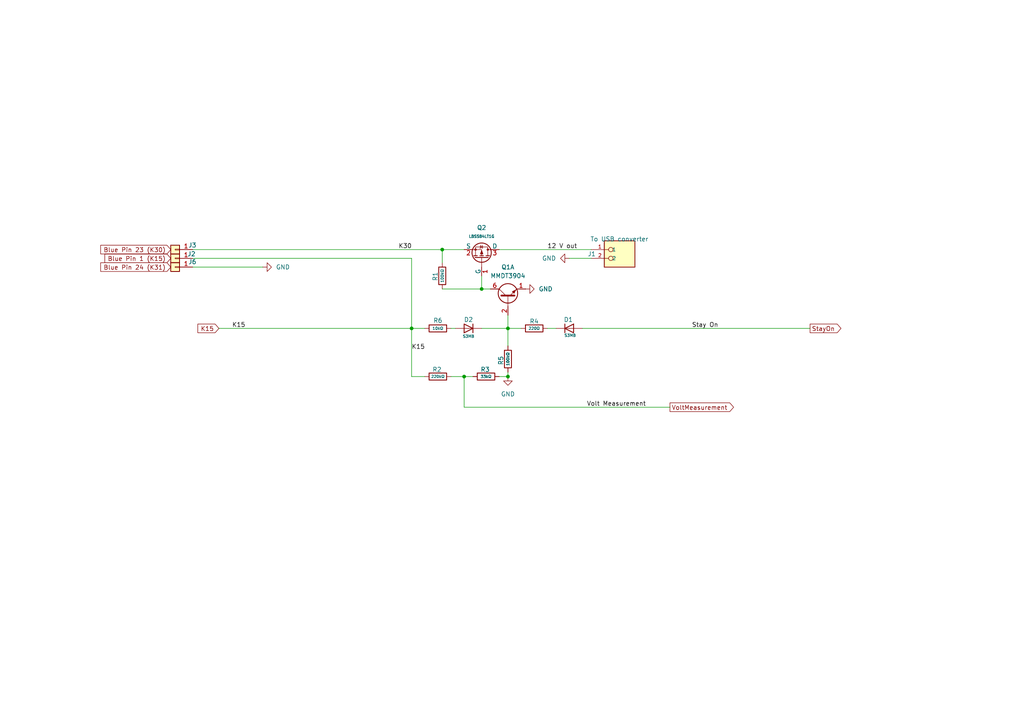
<source format=kicad_sch>
(kicad_sch (version 20231120) (generator "eeschema") (generator_version "8.0")
  (paper "A4")
  (title_block (title "Latch Circuit") (comment 1 "Subsheet Brake Out Borad"))
  (lib_symbols
    (symbol "Connector_Generic:Conn_01x01" (pin_names (offset 1.016) hide)
      (property "Reference" "J" (at 0 2.54 0))
      (property "Value" "Conn_01x01" (at 0 -2.54 0))
      (symbol "Conn_01x01_1_1"
        (rectangle (start -1.27 0.127) (end 0 -0.127) (stroke (width 0.1524)))
        (rectangle (start -1.27 1.27) (end 1.27 -1.27) (stroke (width 0.254)) (fill (type background)))
        (pin passive line (at -5.08 0 0) (length 3.81) (name "Pin_1") (number "1"))
      )
    )
    (symbol "Custom:ScrewConnector_2x2,54" (pin_names (offset 1.016))
      (property "Reference" "J" (at -2.54 3.302 0))
      (property "Value" "ScrewConnector_2x2,54" (at -3.302 -10.668 0))
      (symbol "ScrewConnector_2x2,54_0_0"
        (rectangle (start -3.81 -5.08) (end 5.08 2.54) (stroke (width 0.254)) (fill (type background)))
        (circle (center -1.905 -2.54) (radius 0.635) (stroke (width 0.1524)))
        (circle (center -1.905 0) (radius 0.635) (stroke (width 0.1524)))
        (pin passive line (at -7.62 0 0) (length 5.08) (name "1") (number "1"))
        (pin passive line (at -7.62 -2.54 0) (length 5.08) (name "2") (number "2"))
      )
    )
    (symbol "PCM_JLCPCB-Diodes:General,S3MB" (pin_numbers hide) (pin_names (offset 0))
      (property "Reference" "D" (at 2.032 0.834 0))
      (property "Value" "S3MB" (at 2.032 -1.2122 0))
      (symbol "General,S3MB_0_1"
        (polyline (pts (xy -1.27 -1.27) (xy 1.27 -1.27)) (stroke (width 0.254)))
        (polyline (pts (xy -1.27 1.27) (xy 0 -1.27) (xy 1.27 1.27) (xy -1.27 1.27)) (stroke (width 0.254)))
      )
      (symbol "General,S3MB_1_1"
        (pin passive line (at 0 -3.81 90) (length 3.81) (name "~") (number "1"))
        (pin passive line (at 0 3.81 270) (length 3.81) (name "~") (number "2"))
      )
    )
    (symbol "PCM_JLCPCB-Resistors:0603,100kΩ" (pin_numbers hide) (pin_names (offset 0))
      (property "Reference" "R" (at 1.778 0 0))
      (property "Value" "100kΩ" (at 0 0 90))
      (symbol "0603,100kΩ_0_1"
        (rectangle (start -1.016 2.54) (end 1.016 -2.54) (stroke (width 0.254)))
      )
      (symbol "0603,100kΩ_1_1"
        (pin passive line (at 0 3.81 270) (length 1.27) (name "~") (number "1"))
        (pin passive line (at 0 -3.81 90) (length 1.27) (name "~") (number "2"))
      )
    )
    (symbol "PCM_JLCPCB-Resistors:0603,10kΩ" (pin_numbers hide) (pin_names (offset 0))
      (property "Reference" "R" (at 1.778 0 0))
      (property "Value" "10kΩ" (at 0 0 90))
      (symbol "0603,10kΩ_0_1"
        (rectangle (start -1.016 2.54) (end 1.016 -2.54) (stroke (width 0.254)))
      )
      (symbol "0603,10kΩ_1_1"
        (pin passive line (at 0 3.81 270) (length 1.27) (name "~") (number "1"))
        (pin passive line (at 0 -3.81 90) (length 1.27) (name "~") (number "2"))
      )
    )
    (symbol "PCM_JLCPCB-Resistors:0603,220kΩ" (pin_numbers hide) (pin_names (offset 0))
      (property "Reference" "R" (at 1.778 0 0))
      (property "Value" "220kΩ" (at 0 0 90))
      (symbol "0603,220kΩ_0_1"
        (rectangle (start -1.016 2.54) (end 1.016 -2.54) (stroke (width 0.254)))
      )
      (symbol "0603,220kΩ_1_1"
        (pin passive line (at 0 3.81 270) (length 1.27) (name "~") (number "1"))
        (pin passive line (at 0 -3.81 90) (length 1.27) (name "~") (number "2"))
      )
    )
    (symbol "PCM_JLCPCB-Resistors:0603,220Ω" (pin_numbers hide) (pin_names (offset 0))
      (property "Reference" "R" (at 1.778 0 0))
      (property "Value" "220Ω" (at 0 0 90))
      (symbol "0603,220Ω_0_1"
        (rectangle (start -1.016 2.54) (end 1.016 -2.54) (stroke (width 0.254)))
      )
      (symbol "0603,220Ω_1_1"
        (pin passive line (at 0 3.81 270) (length 1.27) (name "~") (number "1"))
        (pin passive line (at 0 -3.81 90) (length 1.27) (name "~") (number "2"))
      )
    )
    (symbol "PCM_JLCPCB-Resistors:0603,33kΩ" (pin_numbers hide) (pin_names (offset 0))
      (property "Reference" "R" (at 1.778 0 0))
      (property "Value" "33kΩ" (at 0 0 90))
      (symbol "0603,33kΩ_0_1"
        (rectangle (start -1.016 2.54) (end 1.016 -2.54) (stroke (width 0.254)))
      )
      (symbol "0603,33kΩ_1_1"
        (pin passive line (at 0 3.81 270) (length 1.27) (name "~") (number "1"))
        (pin passive line (at 0 -3.81 90) (length 1.27) (name "~") (number "2"))
      )
    )
    (symbol "PCM_JLCPCB-Transistors:PMOS,LBSS84LT1G" (pin_names (offset 0))
      (property "Reference" "Q" (at 4.8514 0.834 0))
      (property "Value" "LBSS84LT1G" (at 4.8514 -1.2122 0))
      (symbol "PMOS,LBSS84LT1G_0_1"
        (polyline (pts (xy 0.254 0) (xy -2.54 0)))
        (polyline (pts (xy 0.254 1.905) (xy 0.254 -1.905)) (stroke (width 0.254)))
        (polyline (pts (xy 0.762 -1.27) (xy 0.762 -2.286)) (stroke (width 0.254)))
        (polyline (pts (xy 0.762 0.508) (xy 0.762 -0.508)) (stroke (width 0.254)))
        (polyline (pts (xy 0.762 2.286) (xy 0.762 1.27)) (stroke (width 0.254)))
        (polyline (pts (xy 2.54 2.54) (xy 2.54 1.778)))
        (polyline (pts (xy 2.54 -2.54) (xy 2.54 0) (xy 0.762 0)))
        (polyline (pts (xy 0.762 1.778) (xy 3.302 1.778) (xy 3.302 -1.778) (xy 0.762 -1.778)))
        (polyline (pts (xy 2.286 0) (xy 1.27 0.381) (xy 1.27 -0.381) (xy 2.286 0)) (fill (type outline)))
        (polyline (pts (xy 2.794 -0.508) (xy 2.921 -0.381) (xy 3.683 -0.381) (xy 3.81 -0.254)))
        (polyline (pts (xy 3.302 -0.381) (xy 2.921 0.254) (xy 3.683 0.254) (xy 3.302 -0.381)))
        (circle (center 1.651 0) (radius 2.794) (stroke (width 0.254)))
        (circle (center 2.54 -1.778) (radius 0.254) (fill (type outline)))
        (circle (center 2.54 1.778) (radius 0.254) (fill (type outline)))
      )
      (symbol "PMOS,LBSS84LT1G_1_1"
        (pin input line (at -5.08 0 0) (length 2.54) (name "G") (number "1"))
        (pin passive line (at 2.54 -5.08 90) (length 2.54) (name "S") (number "2"))
        (pin passive line (at 2.54 5.08 270) (length 2.54) (name "D") (number "3"))
      )
    )
    (symbol "Transistor_BJT:MMDT3904" (pin_names (offset 0) hide)
      (property "Reference" "Q" (at 5.08 1.27 0))
      (property "Value" "MMDT3904" (at 5.08 -1.27 0))
      (symbol "MMDT3904_0_1"
        (polyline (pts (xy 0.635 0) (xy -2.54 0)))
        (polyline (pts (xy 0.635 0.635) (xy 2.54 2.54)))
        (polyline (pts (xy 0.635 -0.635) (xy 2.54 -2.54) (xy 2.54 -2.54)))
        (polyline (pts (xy 0.635 1.905) (xy 0.635 -1.905) (xy 0.635 -1.905)) (stroke (width 0.508)))
        (polyline (pts (xy 1.27 -1.778) (xy 1.778 -1.27) (xy 2.286 -2.286) (xy 1.27 -1.778) (xy 1.27 -1.778)) (fill (type outline)))
        (circle (center 1.27 0) (radius 2.8194) (stroke (width 0.254)))
      )
      (symbol "MMDT3904_1_1"
        (pin passive line (at 2.54 -5.08 90) (length 2.54) (name "E1") (number "1"))
        (pin input line (at -5.08 0 0) (length 2.54) (name "B1") (number "2"))
        (pin passive line (at 2.54 5.08 270) (length 2.54) (name "C1") (number "6"))
      )
      (symbol "MMDT3904_2_1"
        (pin passive line (at 2.54 5.08 270) (length 2.54) (name "C2") (number "3"))
        (pin passive line (at 2.54 -5.08 90) (length 2.54) (name "E2") (number "4"))
        (pin input line (at -5.08 0 0) (length 2.54) (name "B2") (number "5"))
      )
    )
    (symbol "power:GND" (power) (pin_numbers hide) (pin_names (offset 0) hide)
      (property "Value" "GND" (at 0 -3.81 0))
      (symbol "GND_0_1"
        (polyline (pts (xy 0 0) (xy 0 -1.27) (xy 1.27 -1.27) (xy 0 -2.54) (xy -1.27 -1.27) (xy 0 -1.27)))
      )
      (symbol "GND_1_1"
        (pin power_in line (at 0 0 270) (length 0) (name "~") (number "1"))
      )
    )
  )
  (junction (at 134.62 109.22))
  (junction (at 147.32 95.25))
  (junction (at 139.7 83.82))
  (junction (at 119.38 95.25))
  (junction (at 147.32 109.22))
  (junction (at 128.27 72.39))
  (wire (pts (xy 130.81 109.22) (xy 134.62 109.22)))
  (wire (pts (xy 139.7 83.82) (xy 142.24 83.82)))
  (wire (pts (xy 147.32 95.25) (xy 147.32 100.33)))
  (wire (pts (xy 55.88 72.39) (xy 128.27 72.39)))
  (wire (pts (xy 130.81 95.25) (xy 132.08 95.25)))
  (wire (pts (xy 119.38 95.25) (xy 119.38 109.22)))
  (wire (pts (xy 119.38 74.93) (xy 119.38 95.25)))
  (wire (pts (xy 168.91 95.25) (xy 234.95 95.25)))
  (wire (pts (xy 119.38 95.25) (xy 63.5 95.25)))
  (wire (pts (xy 158.75 95.25) (xy 161.29 95.25)))
  (wire (pts (xy 144.78 109.22) (xy 147.32 109.22)))
  (wire (pts (xy 144.78 72.39) (xy 171.45 72.39)))
  (wire (pts (xy 134.62 109.22) (xy 134.62 118.11)))
  (wire (pts (xy 55.88 77.47) (xy 76.2 77.47)))
  (wire (pts (xy 119.38 95.25) (xy 123.19 95.25)))
  (wire (pts (xy 128.27 72.39) (xy 128.27 76.2)))
  (wire (pts (xy 134.62 109.22) (xy 137.16 109.22)))
  (wire (pts (xy 128.27 72.39) (xy 134.62 72.39)))
  (wire (pts (xy 147.32 107.95) (xy 147.32 109.22)))
  (wire (pts (xy 165.1 74.93) (xy 171.45 74.93)))
  (wire (pts (xy 55.88 74.93) (xy 119.38 74.93)))
  (wire (pts (xy 147.32 95.25) (xy 151.13 95.25)))
  (wire (pts (xy 139.7 80.01) (xy 139.7 83.82)))
  (wire (pts (xy 147.32 91.44) (xy 147.32 95.25)))
  (wire (pts (xy 128.27 83.82) (xy 139.7 83.82)))
  (wire (pts (xy 139.7 95.25) (xy 147.32 95.25)))
  (wire (pts (xy 134.62 118.11) (xy 194.31 118.11)))
  (wire (pts (xy 119.38 109.22) (xy 123.19 109.22)))
  (label "12 V out" (at 158.75 72.39 0))
  (label "Stay On" (at 200.66 95.25 0))
  (label "K15" (at 67.31 95.25 0))
  (label "K15" (at 119.38 101.6 0))
  (label "Volt Measurement" (at 170.18 118.11 0))
  (label "K30" (at 115.57 72.39 0))
  (global_label "K15" (shape input) (at 63.5 95.25 180) (property "Intersheetrefs" "${INTERSHEET_REFS}" (at 56.8258 95.25 0) (effects (justify right))))
  (global_label "Blue Pin 23 (K30)" (shape input) (at 49.53 72.39 180) (property "Intersheetrefs" "${INTERSHEET_REFS}" (at 28.644 72.39 0) (effects (justify right))))
  (global_label "Blue Pin 24 (K31)" (shape input) (at 49.53 77.47 180) (property "Intersheetrefs" "${INTERSHEET_REFS}" (at 28.644 77.47 0) (effects (justify right))))
  (global_label "Blue Pin 1 (K15)" (shape input) (at 49.53 74.93 180) (property "Intersheetrefs" "${INTERSHEET_REFS}" (at 29.8535 74.93 0) (effects (justify right))))
  (global_label "StayOn" (shape output) (at 234.95 95.25 0) (property "Intersheetrefs" "${INTERSHEET_REFS}" (at 244.4665 95.25 0) (effects (justify left))))
  (global_label "VoltMeasurement" (shape output) (at 194.31 118.11 0) (property "Intersheetrefs" "${INTERSHEET_REFS}" (at 213.3212 118.11 0) (effects (justify left))))
  (symbol (lib_id "PCM_JLCPCB-Diodes:General,S3MB") (at 135.89 95.25 90) (unit 1)
    (property "Reference" "D2" (at 135.89 92.71 90))
    (property "Value" "S3MB" (at 135.89 97.536 90) (effects (font (size 0.8 0.8))))
    (property "Footprint" "PCM_JLCPCB:D_SMB" (effects (hide yes)))
    (property "Datasheet" "https://wmsc.lcsc.com/wmsc/upload/file/pdf/v2/lcsc/2310131745_hongjiacheng-S3MB_C18199102.pdf" (effects (hide yes)))
    (property "Description" "Independent Type 3A 1V@3A 1kV SMB Diodes - General Purpose ROHS" (effects (hide yes)))
    (property "LCSC" "C18199102" (effects (hide yes)))
    (property "Stock" "9203" (effects (hide yes)))
    (property "Price" "0.023USD" (effects (hide yes)))
    (property "Process" "SMT" (effects (hide yes)))
    (property "Minimum Qty" "5" (effects (hide yes)))
    (property "Attrition Qty" "2" (effects (hide yes)))
    (property "Class" "Preferred Component" (effects (hide yes)))
    (property "Category" "Diodes,Diodes - General Purpose" (effects (hide yes)))
    (property "Manufacturer" "hongjiacheng" (effects (hide yes)))
    (property "Part" "S3MB" (effects (hide yes)))
    (property "Rectified Current" "3A" (effects (hide yes)))
    (property "Forward Voltage (Vf@If)" "1V@3A" (effects (hide yes)))
    (property "Reverse Voltage (Vr)" "1kV" (effects (hide yes)))
    (property "Diode Configuration" "Independent Type" (effects (hide yes)))
    (property "Reverse Leakage Current" "2uA@1000V" (effects (hide yes)))
  )
  (symbol (lib_id "PCM_JLCPCB-Resistors:0603,220kΩ") (at 127 109.22 90) (unit 1)
    (property "Reference" "R2" (at 126.746 107.188 90))
    (property "Value" "220kΩ" (at 127 109.22 90) (effects (font (size 0.8 0.8))))
    (property "Footprint" "PCM_JLCPCB:R_0603" (effects (hide yes)))
    (property "Datasheet" "https://www.lcsc.com/datasheet/lcsc_datasheet_2206010130_UNI-ROYAL-Uniroyal-Elec-0603WAF2203T5E_C22961.pdf" (effects (hide yes)))
    (property "Description" "100mW Thick Film Resistors 75V ±100ppm/°C ±1% 220kΩ 0603 Chip Resistor - Surface Mount ROHS" (effects (hide yes)))
    (property "LCSC" "C22961" (effects (hide yes)))
    (property "Stock" "651498" (effects (hide yes)))
    (property "Price" "0.004USD" (effects (hide yes)))
    (property "Process" "SMT" (effects (hide yes)))
    (property "Minimum Qty" "20" (effects (hide yes)))
    (property "Attrition Qty" "10" (effects (hide yes)))
    (property "Class" "Basic Component" (effects (hide yes)))
    (property "Category" "Resistors,Chip Resistor - Surface Mount" (effects (hide yes)))
    (property "Manufacturer" "UNI-ROYAL(Uniroyal Elec)" (effects (hide yes)))
    (property "Part" "0603WAF2203T5E" (effects (hide yes)))
    (property "Resistance" "220kΩ" (effects (hide yes)))
    (property "Power(Watts)" "100mW" (effects (hide yes)))
    (property "Type" "Thick Film Resistors" (effects (hide yes)))
    (property "Overload Voltage (Max)" "75V" (effects (hide yes)))
    (property "Operating Temperature Range" "-55°C~+155°C" (effects (hide yes)))
    (property "Tolerance" "±1%" (effects (hide yes)))
    (property "Temperature Coefficient" "±100ppm/°C" (effects (hide yes)))
  )
  (symbol (lib_id "Connector_Generic:Conn_01x01") (at 50.8 72.39 180) (unit 1)
    (property "Reference" "J3" (at 54.61 71.12 0) (effects (justify right)))
    (property "Value" "K30" (effects (hide yes)))
    (property "Footprint" "Connector_Wire:SolderWire-0.5sqmm_1x01_D0.9mm_OD2.1mm" (effects (hide yes)))
    (property "Description" "Generic connector, single row, 01x01, script generated (kicad-library-utils/schlib/autogen/connector/)" (effects (hide yes)))
  )
  (symbol (lib_id "Transistor_BJT:MMDT3904") (at 147.32 86.36 90) (unit 1)
    (property "Reference" "Q1" (at 147.32 77.47 90))
    (property "Value" "MMDT3904" (at 147.32 80.01 90))
    (property "Footprint" "Package_TO_SOT_SMD:SOT-363_SC-70-6" (effects (hide yes)))
    (property "Datasheet" "http://www.diodes.com/_files/datasheets/ds30088.pdf" (effects (hide yes)))
    (property "Description" "200mA IC, 40V Vce, Dual NPN/NPN Transistors, SOT-363" (effects (hide yes)))
  )
  (symbol (lib_id "power:GND") (at 147.32 109.22 0) (unit 1)
    (property "Reference" "#PWR0202" (effects (hide yes)))
    (property "Value" "GND" (at 147.32 114.3 0))
    (property "Description" "Power symbol creates a global label with name \"GND\" , ground" (effects (hide yes)))
  )
  (symbol (lib_id "PCM_JLCPCB-Transistors:PMOS,LBSS84LT1G") (at 139.7 74.93 270) (mirror x) (unit 1)
    (property "Reference" "Q2" (at 139.7 66.04 90))
    (property "Value" "LBSS84LT1G" (at 139.7 68.58 90) (effects (font (size 0.8 0.8))))
    (property "Footprint" "PCM_JLCPCB:Q_SOT-23" (effects (hide yes)))
    (property "Datasheet" "https://www.lcsc.com/datasheet/lcsc_datasheet_1811031711_LRC-LBSS84LT1G_C8492.pdf" (effects (hide yes)))
    (property "Description" "50V 130mA 225mW 10Ω@5V,100mA 2V@250uA 1 Piece P-Channel SOT-23 MOSFETs ROHS" (effects (hide yes)))
    (property "LCSC" "C8492" (effects (hide yes)))
    (property "Stock" "16457" (effects (hide yes)))
    (property "Price" "0.025USD" (effects (hide yes)))
    (property "Process" "SMT" (effects (hide yes)))
    (property "Minimum Qty" "10" (effects (hide yes)))
    (property "Attrition Qty" "5" (effects (hide yes)))
    (property "Class" "Preferred Component" (effects (hide yes)))
    (property "Category" "Transistors,MOSFETs" (effects (hide yes)))
    (property "Manufacturer" "LRC" (effects (hide yes)))
    (property "Part" "LBSS84LT1G" (effects (hide yes)))
    (property "Continuous Drain Current (Id)" "130mA" (effects (hide yes)))
    (property "Type" "1 Piece P-Channel" (effects (hide yes)))
    (property "Drain Source Voltage (Vdss)" "50V" (effects (hide yes)))
    (property "Power Dissipation (Pd)" "225mW" (effects (hide yes)))
    (property "Gate Threshold Voltage (Vgs(th)@Id)" "2V@250uA" (effects (hide yes)))
    (property "Drain Source On Resistance (RDS(on)@Vgs,Id)" "10Ω@5V,100mA" (effects (hide yes)))
  )
  (symbol (lib_id "PCM_JLCPCB-Diodes:General,S3MB") (at 165.1 95.25 270) (unit 1)
    (property "Reference" "D1" (at 164.846 92.71 90))
    (property "Value" "S3MB" (at 165.354 97.282 90) (effects (font (size 0.8 0.8))))
    (property "Footprint" "PCM_JLCPCB:D_SMB" (effects (hide yes)))
    (property "Datasheet" "https://wmsc.lcsc.com/wmsc/upload/file/pdf/v2/lcsc/2310131745_hongjiacheng-S3MB_C18199102.pdf" (effects (hide yes)))
    (property "Description" "Independent Type 3A 1V@3A 1kV SMB Diodes - General Purpose ROHS" (effects (hide yes)))
    (property "LCSC" "C18199102" (effects (hide yes)))
    (property "Stock" "9203" (effects (hide yes)))
    (property "Price" "0.023USD" (effects (hide yes)))
    (property "Process" "SMT" (effects (hide yes)))
    (property "Minimum Qty" "5" (effects (hide yes)))
    (property "Attrition Qty" "2" (effects (hide yes)))
    (property "Class" "Preferred Component" (effects (hide yes)))
    (property "Category" "Diodes,Diodes - General Purpose" (effects (hide yes)))
    (property "Manufacturer" "hongjiacheng" (effects (hide yes)))
    (property "Part" "S3MB" (effects (hide yes)))
    (property "Rectified Current" "3A" (effects (hide yes)))
    (property "Forward Voltage (Vf@If)" "1V@3A" (effects (hide yes)))
    (property "Reverse Voltage (Vr)" "1kV" (effects (hide yes)))
    (property "Diode Configuration" "Independent Type" (effects (hide yes)))
    (property "Reverse Leakage Current" "2uA@1000V" (effects (hide yes)))
  )
  (symbol (lib_id "Connector_Generic:Conn_01x01") (at 50.8 77.47 180) (unit 1)
    (property "Reference" "J6" (at 54.61 75.946 0) (effects (justify right)))
    (property "Value" "K31" (effects (hide yes)))
    (property "Footprint" "Connector_Wire:SolderWire-0.5sqmm_1x01_D0.9mm_OD2.1mm" (effects (hide yes)))
    (property "Description" "Generic connector, single row, 01x01, script generated (kicad-library-utils/schlib/autogen/connector/)" (effects (hide yes)))
  )
  (symbol (lib_id "PCM_JLCPCB-Resistors:0603,100kΩ") (at 128.27 80.01 180) (unit 1)
    (property "Reference" "R1" (at 126.238 81.534 90) (effects (justify right)))
    (property "Value" "100kΩ" (at 128.27 80.01 90) (effects (font (size 0.8 0.8))))
    (property "Footprint" "PCM_JLCPCB:R_0603" (effects (hide yes)))
    (property "Datasheet" "https://www.lcsc.com/datasheet/lcsc_datasheet_2206010045_UNI-ROYAL-Uniroyal-Elec-0603WAF1003T5E_C25803.pdf" (effects (hide yes)))
    (property "Description" "100mW Thick Film Resistors 75V ±100ppm/°C ±1% 100kΩ 0603 Chip Resistor - Surface Mount ROHS" (effects (hide yes)))
    (property "LCSC" "C25803" (effects (hide yes)))
    (property "Stock" "5414558" (effects (hide yes)))
    (property "Price" "0.004USD" (effects (hide yes)))
    (property "Process" "SMT" (effects (hide yes)))
    (property "Minimum Qty" "20" (effects (hide yes)))
    (property "Attrition Qty" "10" (effects (hide yes)))
    (property "Class" "Basic Component" (effects (hide yes)))
    (property "Category" "Resistors,Chip Resistor - Surface Mount" (effects (hide yes)))
    (property "Manufacturer" "UNI-ROYAL(Uniroyal Elec)" (effects (hide yes)))
    (property "Part" "0603WAF1003T5E" (effects (hide yes)))
    (property "Resistance" "100kΩ" (effects (hide yes)))
    (property "Power(Watts)" "100mW" (effects (hide yes)))
    (property "Type" "Thick Film Resistors" (effects (hide yes)))
    (property "Overload Voltage (Max)" "75V" (effects (hide yes)))
    (property "Operating Temperature Range" "-55°C~+155°C" (effects (hide yes)))
    (property "Tolerance" "±1%" (effects (hide yes)))
    (property "Temperature Coefficient" "±100ppm/°C" (effects (hide yes)))
  )
  (symbol (lib_id "power:GND") (at 152.4 83.82 90) (unit 1)
    (property "Reference" "#PWR0203" (effects (hide yes)))
    (property "Value" "GND" (at 156.21 83.8199 90) (effects (justify right)))
    (property "Description" "Power symbol creates a global label with name \"GND\" , ground" (effects (hide yes)))
  )
  (symbol (lib_id "Custom:ScrewConnector_2x2,54") (at 179.07 72.39 0) (unit 1)
    (property "Reference" "J1" (at 170.434 73.66 0) (effects (justify left)))
    (property "Value" "To USB converter" (at 171.196 69.342 0) (effects (justify left)))
    (property "Footprint" "Custom:PHOENIX_1729128_2x2,54" (effects (hide yes)))
    (property "Description" "Generic screw terminal, single row, 01x02, script generated (kicad-library-utils/schlib/autogen/connector/)" (effects (hide yes)))
    (property "MANUFACTURER" "Phoenix Contact" (effects (hide yes)))
  )
  (symbol (lib_id "PCM_JLCPCB-Resistors:0603,100kΩ") (at 147.32 104.14 180) (unit 1)
    (property "Reference" "R5" (at 145.288 105.918 90) (effects (justify right)))
    (property "Value" "100kΩ" (at 147.32 104.14 90) (effects (font (size 0.8 0.8))))
    (property "Footprint" "PCM_JLCPCB:R_0603" (effects (hide yes)))
    (property "Datasheet" "https://www.lcsc.com/datasheet/lcsc_datasheet_2206010045_UNI-ROYAL-Uniroyal-Elec-0603WAF1003T5E_C25803.pdf" (effects (hide yes)))
    (property "Description" "100mW Thick Film Resistors 75V ±100ppm/°C ±1% 100kΩ 0603 Chip Resistor - Surface Mount ROHS" (effects (hide yes)))
    (property "LCSC" "C25803" (effects (hide yes)))
    (property "Stock" "5414558" (effects (hide yes)))
    (property "Price" "0.004USD" (effects (hide yes)))
    (property "Process" "SMT" (effects (hide yes)))
    (property "Minimum Qty" "20" (effects (hide yes)))
    (property "Attrition Qty" "10" (effects (hide yes)))
    (property "Class" "Basic Component" (effects (hide yes)))
    (property "Category" "Resistors,Chip Resistor - Surface Mount" (effects (hide yes)))
    (property "Manufacturer" "UNI-ROYAL(Uniroyal Elec)" (effects (hide yes)))
    (property "Part" "0603WAF1003T5E" (effects (hide yes)))
    (property "Resistance" "100kΩ" (effects (hide yes)))
    (property "Power(Watts)" "100mW" (effects (hide yes)))
    (property "Type" "Thick Film Resistors" (effects (hide yes)))
    (property "Overload Voltage (Max)" "75V" (effects (hide yes)))
    (property "Operating Temperature Range" "-55°C~+155°C" (effects (hide yes)))
    (property "Tolerance" "±1%" (effects (hide yes)))
    (property "Temperature Coefficient" "±100ppm/°C" (effects (hide yes)))
  )
  (symbol (lib_id "PCM_JLCPCB-Resistors:0603,220Ω") (at 154.94 95.25 90) (unit 1)
    (property "Reference" "R4" (at 154.94 93.218 90))
    (property "Value" "220Ω" (at 154.94 95.25 90) (effects (font (size 0.8 0.8))))
    (property "Footprint" "PCM_JLCPCB:R_0603" (effects (hide yes)))
    (property "Datasheet" "https://www.lcsc.com/datasheet/lcsc_datasheet_2206010130_UNI-ROYAL-Uniroyal-Elec-0603WAF2200T5E_C22962.pdf" (effects (hide yes)))
    (property "Description" "100mW Thick Film Resistors 75V ±100ppm/°C ±1% 220Ω 0603 Chip Resistor - Surface Mount ROHS" (effects (hide yes)))
    (property "LCSC" "C22962" (effects (hide yes)))
    (property "Stock" "2111143" (effects (hide yes)))
    (property "Price" "0.004USD" (effects (hide yes)))
    (property "Process" "SMT" (effects (hide yes)))
    (property "Minimum Qty" "20" (effects (hide yes)))
    (property "Attrition Qty" "10" (effects (hide yes)))
    (property "Class" "Basic Component" (effects (hide yes)))
    (property "Category" "Resistors,Chip Resistor - Surface Mount" (effects (hide yes)))
    (property "Manufacturer" "UNI-ROYAL(Uniroyal Elec)" (effects (hide yes)))
    (property "Part" "0603WAF2200T5E" (effects (hide yes)))
    (property "Resistance" "220Ω" (effects (hide yes)))
    (property "Power(Watts)" "100mW" (effects (hide yes)))
    (property "Type" "Thick Film Resistors" (effects (hide yes)))
    (property "Overload Voltage (Max)" "75V" (effects (hide yes)))
    (property "Operating Temperature Range" "-55°C~+155°C" (effects (hide yes)))
    (property "Tolerance" "±1%" (effects (hide yes)))
    (property "Temperature Coefficient" "±100ppm/°C" (effects (hide yes)))
  )
  (symbol (lib_id "power:GND") (at 76.2 77.47 90) (unit 1)
    (property "Reference" "#PWR0201" (effects (hide yes)))
    (property "Value" "GND" (at 80.01 77.4699 90) (effects (justify right)))
    (property "Description" "Power symbol creates a global label with name \"GND\" , ground" (effects (hide yes)))
  )
  (symbol (lib_id "PCM_JLCPCB-Resistors:0603,33kΩ") (at 140.97 109.22 90) (unit 1)
    (property "Reference" "R3" (at 140.716 107.188 90))
    (property "Value" "33kΩ" (at 140.97 109.22 90) (effects (font (size 0.8 0.8))))
    (property "Footprint" "PCM_JLCPCB:R_0603" (effects (hide yes)))
    (property "Datasheet" "https://www.lcsc.com/datasheet/lcsc_datasheet_2206010230_UNI-ROYAL-Uniroyal-Elec-0603WAF3302T5E_C4216.pdf" (effects (hide yes)))
    (property "Description" "100mW Thick Film Resistors 75V ±100ppm/°C ±1% 33kΩ 0603 Chip Resistor - Surface Mount ROHS" (effects (hide yes)))
    (property "LCSC" "C4216" (effects (hide yes)))
    (property "Stock" "643566" (effects (hide yes)))
    (property "Price" "0.004USD" (effects (hide yes)))
    (property "Process" "SMT" (effects (hide yes)))
    (property "Minimum Qty" "20" (effects (hide yes)))
    (property "Attrition Qty" "10" (effects (hide yes)))
    (property "Class" "Basic Component" (effects (hide yes)))
    (property "Category" "Resistors,Chip Resistor - Surface Mount" (effects (hide yes)))
    (property "Manufacturer" "UNI-ROYAL(Uniroyal Elec)" (effects (hide yes)))
    (property "Part" "0603WAF3302T5E" (effects (hide yes)))
    (property "Resistance" "33kΩ" (effects (hide yes)))
    (property "Power(Watts)" "100mW" (effects (hide yes)))
    (property "Type" "Thick Film Resistors" (effects (hide yes)))
    (property "Overload Voltage (Max)" "75V" (effects (hide yes)))
    (property "Operating Temperature Range" "-55°C~+155°C" (effects (hide yes)))
    (property "Tolerance" "±1%" (effects (hide yes)))
    (property "Temperature Coefficient" "±100ppm/°C" (effects (hide yes)))
  )
  (symbol (lib_id "power:GND") (at 165.1 74.93 270) (unit 1)
    (property "Reference" "#PWR0204" (effects (hide yes)))
    (property "Value" "GND" (at 161.29 74.9299 90) (effects (justify right)))
    (property "Description" "Power symbol creates a global label with name \"GND\" , ground" (effects (hide yes)))
  )
  (symbol (lib_id "Connector_Generic:Conn_01x01") (at 50.8 74.93 180) (unit 1)
    (property "Reference" "J2" (at 54.356 73.66 0) (effects (justify right)))
    (property "Value" "K15" (effects (hide yes)))
    (property "Footprint" "Connector_Wire:SolderWire-0.5sqmm_1x01_D0.9mm_OD2.1mm" (effects (hide yes)))
    (property "Description" "Generic connector, single row, 01x01, script generated (kicad-library-utils/schlib/autogen/connector/)" (effects (hide yes)))
  )
  (symbol (lib_id "PCM_JLCPCB-Resistors:0603,10kΩ") (at 127 95.25 90) (unit 1)
    (property "Reference" "R6" (at 127 92.964 90))
    (property "Value" "10kΩ" (at 127 95.25 90) (effects (font (size 0.8 0.8))))
    (property "Footprint" "PCM_JLCPCB:R_0603" (effects (hide yes)))
    (property "Datasheet" "https://www.lcsc.com/datasheet/lcsc_datasheet_2206010045_UNI-ROYAL-Uniroyal-Elec-0603WAF1002T5E_C25804.pdf" (effects (hide yes)))
    (property "Description" "100mW Thick Film Resistors 75V ±100ppm/°C ±1% 10kΩ 0603 Chip Resistor - Surface Mount ROHS" (effects (hide yes)))
    (property "LCSC" "C25804" (effects (hide yes)))
    (property "Stock" "32886312" (effects (hide yes)))
    (property "Price" "0.004USD" (effects (hide yes)))
    (property "Process" "SMT" (effects (hide yes)))
    (property "Minimum Qty" "20" (effects (hide yes)))
    (property "Attrition Qty" "10" (effects (hide yes)))
    (property "Class" "Basic Component" (effects (hide yes)))
    (property "Category" "Resistors,Chip Resistor - Surface Mount" (effects (hide yes)))
    (property "Manufacturer" "UNI-ROYAL(Uniroyal Elec)" (effects (hide yes)))
    (property "Part" "0603WAF1002T5E" (effects (hide yes)))
    (property "Resistance" "10kΩ" (effects (hide yes)))
    (property "Power(Watts)" "100mW" (effects (hide yes)))
    (property "Type" "Thick Film Resistors" (effects (hide yes)))
    (property "Overload Voltage (Max)" "75V" (effects (hide yes)))
    (property "Operating Temperature Range" "-55°C~+155°C" (effects (hide yes)))
    (property "Tolerance" "±1%" (effects (hide yes)))
    (property "Temperature Coefficient" "±100ppm/°C" (effects (hide yes)))
  )
)
</source>
